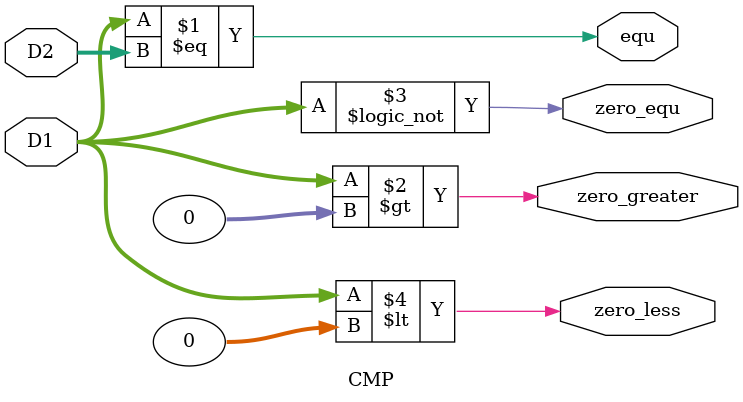
<source format=v>
module CMP(	// file.cleaned.mlir:2:3
  input  [31:0] D1,	// file.cleaned.mlir:2:21
                D2,	// file.cleaned.mlir:2:35
  output        equ,	// file.cleaned.mlir:2:50
                zero_greater,	// file.cleaned.mlir:2:64
                zero_equ,	// file.cleaned.mlir:2:87
                zero_less	// file.cleaned.mlir:2:106
);

  assign equ = D1 == D2;	// file.cleaned.mlir:4:10, :8:5
  assign zero_greater = $signed(D1) > 32'sh0;	// file.cleaned.mlir:3:15, :5:10, :8:5
  assign zero_equ = D1 == 32'h0;	// file.cleaned.mlir:3:15, :6:10, :8:5
  assign zero_less = $signed(D1) < 32'sh0;	// file.cleaned.mlir:3:15, :7:10, :8:5
endmodule


</source>
